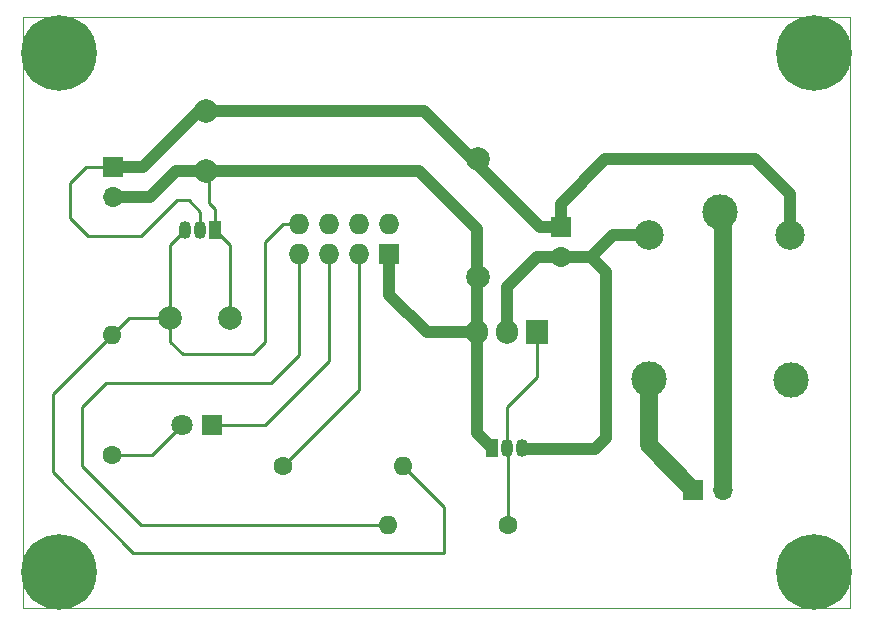
<source format=gbr>
%TF.GenerationSoftware,KiCad,Pcbnew,6.0.11-2627ca5db0~126~ubuntu20.04.1*%
%TF.CreationDate,2023-08-16T11:11:26-05:00*%
%TF.ProjectId,runLimiter,72756e4c-696d-4697-9465-722e6b696361,01*%
%TF.SameCoordinates,Original*%
%TF.FileFunction,Copper,L2,Bot*%
%TF.FilePolarity,Positive*%
%FSLAX46Y46*%
G04 Gerber Fmt 4.6, Leading zero omitted, Abs format (unit mm)*
G04 Created by KiCad (PCBNEW 6.0.11-2627ca5db0~126~ubuntu20.04.1) date 2023-08-16 11:11:26*
%MOMM*%
%LPD*%
G01*
G04 APERTURE LIST*
%TA.AperFunction,Profile*%
%ADD10C,0.100000*%
%TD*%
%TA.AperFunction,ComponentPad*%
%ADD11C,1.600000*%
%TD*%
%TA.AperFunction,ComponentPad*%
%ADD12O,1.600000X1.600000*%
%TD*%
%TA.AperFunction,ComponentPad*%
%ADD13C,6.400000*%
%TD*%
%TA.AperFunction,ComponentPad*%
%ADD14R,1.700000X1.700000*%
%TD*%
%TA.AperFunction,ComponentPad*%
%ADD15O,1.700000X1.700000*%
%TD*%
%TA.AperFunction,ComponentPad*%
%ADD16C,3.000000*%
%TD*%
%TA.AperFunction,ComponentPad*%
%ADD17C,2.500000*%
%TD*%
%TA.AperFunction,ComponentPad*%
%ADD18C,2.000000*%
%TD*%
%TA.AperFunction,ComponentPad*%
%ADD19R,1.050000X1.500000*%
%TD*%
%TA.AperFunction,ComponentPad*%
%ADD20O,1.050000X1.500000*%
%TD*%
%TA.AperFunction,ComponentPad*%
%ADD21R,1.905000X2.000000*%
%TD*%
%TA.AperFunction,ComponentPad*%
%ADD22O,1.905000X2.000000*%
%TD*%
%TA.AperFunction,ComponentPad*%
%ADD23R,1.800000X1.800000*%
%TD*%
%TA.AperFunction,ComponentPad*%
%ADD24C,1.800000*%
%TD*%
%TA.AperFunction,ComponentPad*%
%ADD25R,1.727200X1.727200*%
%TD*%
%TA.AperFunction,ComponentPad*%
%ADD26O,1.727200X1.727200*%
%TD*%
%TA.AperFunction,Conductor*%
%ADD27C,0.250000*%
%TD*%
%TA.AperFunction,Conductor*%
%ADD28C,1.000000*%
%TD*%
%TA.AperFunction,Conductor*%
%ADD29C,1.500000*%
%TD*%
G04 APERTURE END LIST*
D10*
X0Y0D02*
X70000000Y0D01*
X70000000Y0D02*
X70000000Y-50000000D01*
X70000000Y-50000000D02*
X0Y-50000000D01*
X0Y-50000000D02*
X0Y0D01*
D11*
%TO.P,R3,1*%
%TO.N,Net-(U2-Pad3)*%
X22000000Y-38000000D03*
D12*
%TO.P,R3,2*%
%TO.N,/Internal Power*%
X32160000Y-38000000D03*
%TD*%
D13*
%TO.P,REF\u002A\u002A,1*%
%TO.N,N/C*%
X3000000Y-3000000D03*
%TD*%
D14*
%TO.P,J3,1,Pin_1*%
%TO.N,Net-(J3-Pad1)*%
X56725000Y-40000000D03*
D15*
%TO.P,J3,2,Pin_2*%
%TO.N,Net-(J3-Pad2)*%
X59265000Y-40000000D03*
%TD*%
D13*
%TO.P,REF\u002A\u002A,1*%
%TO.N,N/C*%
X3000000Y-47000000D03*
%TD*%
D16*
%TO.P,K1,1*%
%TO.N,Net-(J3-Pad2)*%
X59000000Y-16500000D03*
D17*
%TO.P,K1,2*%
%TO.N,/Control Ground*%
X52950000Y-18450000D03*
D16*
%TO.P,K1,3*%
%TO.N,Net-(J3-Pad1)*%
X52950000Y-30650000D03*
%TO.P,K1,4*%
%TO.N,unconnected-(K1-Pad4)*%
X65000000Y-30700000D03*
D17*
%TO.P,K1,5*%
%TO.N,/Control Power*%
X64950000Y-18450000D03*
%TD*%
D13*
%TO.P,REF\u002A\u002A,1*%
%TO.N,N/C*%
X67000000Y-47000000D03*
%TD*%
D14*
%TO.P,J1,1,Pin_1*%
%TO.N,/Control Power*%
X7590000Y-12700000D03*
D15*
%TO.P,J1,2,Pin_2*%
%TO.N,GNDREF*%
X7590000Y-15240000D03*
%TD*%
D14*
%TO.P,J2,1,Pin_1*%
%TO.N,/Control Power*%
X45500000Y-17800000D03*
D15*
%TO.P,J2,2,Pin_2*%
%TO.N,/Control Ground*%
X45500000Y-20340000D03*
%TD*%
D18*
%TO.P,C2,1*%
%TO.N,/Internal Power*%
X12460000Y-25500000D03*
%TO.P,C2,2*%
%TO.N,GNDREF*%
X17540000Y-25500000D03*
%TD*%
D11*
%TO.P,R1,1*%
%TO.N,Net-(D1-Pad2)*%
X7500000Y-37080000D03*
D12*
%TO.P,R1,2*%
%TO.N,/Internal Power*%
X7500000Y-26920000D03*
%TD*%
D19*
%TO.P,U1,1,GND*%
%TO.N,GNDREF*%
X16270000Y-18000000D03*
D20*
%TO.P,U1,2,VI*%
%TO.N,/Control Power*%
X15000000Y-18000000D03*
%TO.P,U1,3,VO*%
%TO.N,/Internal Power*%
X13730000Y-18000000D03*
%TD*%
D11*
%TO.P,R2,1*%
%TO.N,Net-(Q1-Pad2)*%
X41080000Y-43000000D03*
D12*
%TO.P,R2,2*%
%TO.N,Net-(R2-Pad2)*%
X30920000Y-43000000D03*
%TD*%
D21*
%TO.P,Q2,1,B*%
%TO.N,Net-(Q1-Pad2)*%
X43500000Y-26690000D03*
D22*
%TO.P,Q2,2,C*%
%TO.N,/Control Ground*%
X40960000Y-26690000D03*
%TO.P,Q2,3,E*%
%TO.N,GNDREF*%
X38420000Y-26690000D03*
%TD*%
D23*
%TO.P,D1,1,K*%
%TO.N,Net-(D1-Pad1)*%
X16000000Y-34500000D03*
D24*
%TO.P,D1,2,A*%
%TO.N,Net-(D1-Pad2)*%
X13460000Y-34500000D03*
%TD*%
D18*
%TO.P,C3,1*%
%TO.N,/Control Power*%
X38500000Y-12000000D03*
%TO.P,C3,2*%
%TO.N,GNDREF*%
X38500000Y-22000000D03*
%TD*%
D25*
%TO.P,U2,1,GND*%
%TO.N,GNDREF*%
X31000000Y-20040000D03*
D26*
%TO.P,U2,2,U0TXD/GPIO1*%
%TO.N,unconnected-(U2-Pad2)*%
X31000000Y-17500000D03*
%TO.P,U2,3,U1TXD/GPIO2*%
%TO.N,Net-(U2-Pad3)*%
X28460000Y-20040000D03*
%TO.P,U2,4,CH_EN/CH_PD*%
%TO.N,unconnected-(U2-Pad4)*%
X28460000Y-17500000D03*
%TO.P,U2,5,GPIO0*%
%TO.N,Net-(D1-Pad1)*%
X25920000Y-20040000D03*
%TO.P,U2,6,RST*%
%TO.N,unconnected-(U2-Pad6)*%
X25920000Y-17500000D03*
%TO.P,U2,7,GPIO3/U0RXD*%
%TO.N,Net-(R2-Pad2)*%
X23380000Y-20040000D03*
%TO.P,U2,8,VCC*%
%TO.N,/Internal Power*%
X23380000Y-17500000D03*
%TD*%
D19*
%TO.P,Q1,1,E*%
%TO.N,GNDREF*%
X39690000Y-36501115D03*
D20*
%TO.P,Q1,2,B*%
%TO.N,Net-(Q1-Pad2)*%
X40960000Y-36501115D03*
%TO.P,Q1,3,C*%
%TO.N,/Control Ground*%
X42230000Y-36501115D03*
%TD*%
D18*
%TO.P,C1,1*%
%TO.N,/Control Power*%
X15500000Y-7960000D03*
%TO.P,C1,2*%
%TO.N,GNDREF*%
X15500000Y-13040000D03*
%TD*%
D13*
%TO.P,REF\u002A\u002A,1*%
%TO.N,N/C*%
X67000000Y-3000000D03*
%TD*%
D27*
%TO.N,Net-(R2-Pad2)*%
X30920000Y-43000000D02*
X10000000Y-43000000D01*
X10000000Y-43000000D02*
X5000000Y-38000000D01*
X5000000Y-38000000D02*
X5000000Y-33000000D01*
X5000000Y-33000000D02*
X7000000Y-31000000D01*
X7000000Y-31000000D02*
X21000000Y-31000000D01*
X21000000Y-31000000D02*
X23380000Y-28620000D01*
X23380000Y-28620000D02*
X23380000Y-20040000D01*
%TO.N,Net-(U2-Pad3)*%
X22000000Y-38000000D02*
X28460000Y-31540000D01*
X28460000Y-31540000D02*
X28460000Y-20040000D01*
%TO.N,/Internal Power*%
X9340000Y-45340000D02*
X2500000Y-38500000D01*
X35660000Y-41500000D02*
X35660000Y-45340000D01*
X32160000Y-38000000D02*
X35660000Y-41500000D01*
X35660000Y-45340000D02*
X9340000Y-45340000D01*
X2500000Y-38500000D02*
X2500000Y-31920000D01*
X2500000Y-31920000D02*
X7500000Y-26920000D01*
D28*
%TO.N,GNDREF*%
X31000000Y-23500000D02*
X34190000Y-26690000D01*
X34190000Y-26690000D02*
X38420000Y-26690000D01*
X38420000Y-26690000D02*
X38420000Y-35231115D01*
X38420000Y-35231115D02*
X39690000Y-36501115D01*
D27*
X16000000Y-13540000D02*
X15770000Y-13770000D01*
D28*
X31000000Y-20040000D02*
X31000000Y-23500000D01*
X15500000Y-13040000D02*
X33540000Y-13040000D01*
D27*
X17540000Y-19270000D02*
X17540000Y-25500000D01*
X16270000Y-18000000D02*
X17540000Y-19270000D01*
D28*
X38420000Y-17920000D02*
X38420000Y-26690000D01*
X10760000Y-15240000D02*
X7590000Y-15240000D01*
X15500000Y-13040000D02*
X12960000Y-13040000D01*
X33540000Y-13040000D02*
X38420000Y-17920000D01*
D27*
X15500000Y-13040000D02*
X16000000Y-13540000D01*
X15770000Y-13770000D02*
X15770000Y-15770000D01*
X16270000Y-16270000D02*
X16270000Y-18000000D01*
D28*
X12960000Y-13040000D02*
X10760000Y-15240000D01*
D27*
X15770000Y-15770000D02*
X16270000Y-16270000D01*
%TO.N,Net-(Q1-Pad2)*%
X43500000Y-26690000D02*
X43500000Y-30500000D01*
X43500000Y-30500000D02*
X40960000Y-33040000D01*
X41080000Y-36621115D02*
X40960000Y-36501115D01*
X41080000Y-43000000D02*
X41080000Y-36621115D01*
X40960000Y-33040000D02*
X40960000Y-36501115D01*
%TO.N,Net-(D1-Pad1)*%
X16000000Y-34500000D02*
X20500000Y-34500000D01*
X20500000Y-34500000D02*
X25920000Y-29080000D01*
X25920000Y-29080000D02*
X25920000Y-20040000D01*
%TO.N,Net-(D1-Pad2)*%
X7500000Y-37080000D02*
X10880000Y-37080000D01*
X10880000Y-37080000D02*
X13460000Y-34500000D01*
D28*
%TO.N,/Control Power*%
X10160000Y-12700000D02*
X7590000Y-12700000D01*
D27*
X15000000Y-16500000D02*
X14000000Y-15500000D01*
D28*
X49300000Y-12000000D02*
X62000000Y-12000000D01*
X45500000Y-17800000D02*
X45500000Y-15800000D01*
X62000000Y-12000000D02*
X64950000Y-14950000D01*
D27*
X15000000Y-18640000D02*
X15000000Y-16500000D01*
D28*
X33960000Y-7960000D02*
X15500000Y-7960000D01*
X43800000Y-17800000D02*
X33960000Y-7960000D01*
X45500000Y-17800000D02*
X43800000Y-17800000D01*
D27*
X5500000Y-18500000D02*
X4000000Y-17000000D01*
X13000000Y-15500000D02*
X10000000Y-18500000D01*
D28*
X14900000Y-7960000D02*
X10160000Y-12700000D01*
X64950000Y-14950000D02*
X64950000Y-18450000D01*
D27*
X14000000Y-15500000D02*
X13000000Y-15500000D01*
X10000000Y-18500000D02*
X5500000Y-18500000D01*
D28*
X45500000Y-15800000D02*
X49300000Y-12000000D01*
D27*
X4000000Y-14000000D02*
X5300000Y-12700000D01*
X5300000Y-12700000D02*
X7590000Y-12700000D01*
X4000000Y-17000000D02*
X4000000Y-14000000D01*
D28*
X15500000Y-7960000D02*
X14900000Y-7960000D01*
D27*
%TO.N,/Internal Power*%
X12460000Y-27460000D02*
X12460000Y-25500000D01*
X8920000Y-25500000D02*
X12460000Y-25500000D01*
X19500000Y-28500000D02*
X13500000Y-28500000D01*
X20500000Y-27500000D02*
X19500000Y-28500000D01*
X12460000Y-19270000D02*
X13730000Y-18000000D01*
X13500000Y-28500000D02*
X12460000Y-27460000D01*
X22000000Y-17500000D02*
X20500000Y-19000000D01*
X20500000Y-19000000D02*
X20500000Y-27500000D01*
X12460000Y-25500000D02*
X12460000Y-19270000D01*
X7500000Y-26920000D02*
X8920000Y-25500000D01*
X23380000Y-17500000D02*
X22000000Y-17500000D01*
D28*
%TO.N,/Control Ground*%
X45523308Y-20316692D02*
X48041243Y-20316692D01*
X49350000Y-21610000D02*
X49350000Y-35580000D01*
X43500000Y-20340000D02*
X40960000Y-22880000D01*
X45500000Y-20340000D02*
X45523308Y-20316692D01*
X40960000Y-22880000D02*
X40960000Y-26690000D01*
X45500000Y-20340000D02*
X43500000Y-20340000D01*
X49310557Y-35639442D02*
X48389442Y-36560557D01*
X48350000Y-36600000D02*
X42270557Y-36600000D01*
X49907935Y-18450000D02*
X52950000Y-18450000D01*
X48080000Y-20340000D02*
X49350000Y-21610000D01*
X48041243Y-20316692D02*
X49907935Y-18450000D01*
D29*
%TO.N,Net-(J3-Pad1)*%
X52950000Y-30650000D02*
X52950000Y-36225000D01*
X52950000Y-36225000D02*
X56725000Y-40000000D01*
%TO.N,Net-(J3-Pad2)*%
X59265000Y-16765000D02*
X59000000Y-16500000D01*
X59265000Y-40000000D02*
X59265000Y-16765000D01*
%TD*%
M02*

</source>
